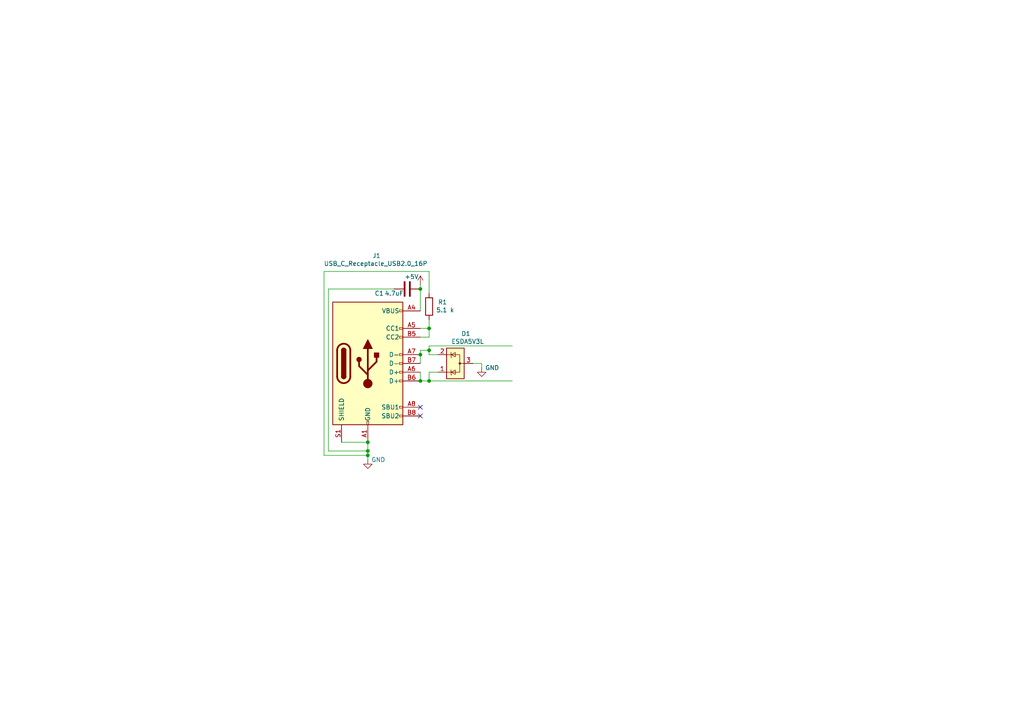
<source format=kicad_sch>
(kicad_sch
	(version 20250114)
	(generator "eeschema")
	(generator_version "9.0")
	(uuid "3c70c1f0-aa8b-4101-8a84-8bf38b4dbeab")
	(paper "A4")
	(lib_symbols
		(symbol "Connector:USB_C_Receptacle_USB2.0_16P"
			(pin_names
				(offset 1.016)
			)
			(exclude_from_sim no)
			(in_bom yes)
			(on_board yes)
			(property "Reference" "J"
				(at 0 22.225 0)
				(effects
					(font
						(size 1.27 1.27)
					)
				)
			)
			(property "Value" "USB_C_Receptacle_USB2.0_16P"
				(at 0 19.685 0)
				(effects
					(font
						(size 1.27 1.27)
					)
				)
			)
			(property "Footprint" ""
				(at 3.81 0 0)
				(effects
					(font
						(size 1.27 1.27)
					)
					(hide yes)
				)
			)
			(property "Datasheet" "https://www.usb.org/sites/default/files/documents/usb_type-c.zip"
				(at 3.81 0 0)
				(effects
					(font
						(size 1.27 1.27)
					)
					(hide yes)
				)
			)
			(property "Description" "USB 2.0-only 16P Type-C Receptacle connector"
				(at 0 0 0)
				(effects
					(font
						(size 1.27 1.27)
					)
					(hide yes)
				)
			)
			(property "ki_keywords" "usb universal serial bus type-C USB2.0"
				(at 0 0 0)
				(effects
					(font
						(size 1.27 1.27)
					)
					(hide yes)
				)
			)
			(property "ki_fp_filters" "USB*C*Receptacle*"
				(at 0 0 0)
				(effects
					(font
						(size 1.27 1.27)
					)
					(hide yes)
				)
			)
			(symbol "USB_C_Receptacle_USB2.0_16P_0_0"
				(rectangle
					(start -0.254 -17.78)
					(end 0.254 -16.764)
					(stroke
						(width 0)
						(type default)
					)
					(fill
						(type none)
					)
				)
				(rectangle
					(start 10.16 15.494)
					(end 9.144 14.986)
					(stroke
						(width 0)
						(type default)
					)
					(fill
						(type none)
					)
				)
				(rectangle
					(start 10.16 10.414)
					(end 9.144 9.906)
					(stroke
						(width 0)
						(type default)
					)
					(fill
						(type none)
					)
				)
				(rectangle
					(start 10.16 7.874)
					(end 9.144 7.366)
					(stroke
						(width 0)
						(type default)
					)
					(fill
						(type none)
					)
				)
				(rectangle
					(start 10.16 2.794)
					(end 9.144 2.286)
					(stroke
						(width 0)
						(type default)
					)
					(fill
						(type none)
					)
				)
				(rectangle
					(start 10.16 0.254)
					(end 9.144 -0.254)
					(stroke
						(width 0)
						(type default)
					)
					(fill
						(type none)
					)
				)
				(rectangle
					(start 10.16 -2.286)
					(end 9.144 -2.794)
					(stroke
						(width 0)
						(type default)
					)
					(fill
						(type none)
					)
				)
				(rectangle
					(start 10.16 -4.826)
					(end 9.144 -5.334)
					(stroke
						(width 0)
						(type default)
					)
					(fill
						(type none)
					)
				)
				(rectangle
					(start 10.16 -12.446)
					(end 9.144 -12.954)
					(stroke
						(width 0)
						(type default)
					)
					(fill
						(type none)
					)
				)
				(rectangle
					(start 10.16 -14.986)
					(end 9.144 -15.494)
					(stroke
						(width 0)
						(type default)
					)
					(fill
						(type none)
					)
				)
			)
			(symbol "USB_C_Receptacle_USB2.0_16P_0_1"
				(rectangle
					(start -10.16 17.78)
					(end 10.16 -17.78)
					(stroke
						(width 0.254)
						(type default)
					)
					(fill
						(type background)
					)
				)
				(polyline
					(pts
						(xy -8.89 -3.81) (xy -8.89 3.81)
					)
					(stroke
						(width 0.508)
						(type default)
					)
					(fill
						(type none)
					)
				)
				(rectangle
					(start -7.62 -3.81)
					(end -6.35 3.81)
					(stroke
						(width 0.254)
						(type default)
					)
					(fill
						(type outline)
					)
				)
				(arc
					(start -7.62 3.81)
					(mid -6.985 4.4423)
					(end -6.35 3.81)
					(stroke
						(width 0.254)
						(type default)
					)
					(fill
						(type none)
					)
				)
				(arc
					(start -7.62 3.81)
					(mid -6.985 4.4423)
					(end -6.35 3.81)
					(stroke
						(width 0.254)
						(type default)
					)
					(fill
						(type outline)
					)
				)
				(arc
					(start -8.89 3.81)
					(mid -6.985 5.7067)
					(end -5.08 3.81)
					(stroke
						(width 0.508)
						(type default)
					)
					(fill
						(type none)
					)
				)
				(arc
					(start -5.08 -3.81)
					(mid -6.985 -5.7067)
					(end -8.89 -3.81)
					(stroke
						(width 0.508)
						(type default)
					)
					(fill
						(type none)
					)
				)
				(arc
					(start -6.35 -3.81)
					(mid -6.985 -4.4423)
					(end -7.62 -3.81)
					(stroke
						(width 0.254)
						(type default)
					)
					(fill
						(type none)
					)
				)
				(arc
					(start -6.35 -3.81)
					(mid -6.985 -4.4423)
					(end -7.62 -3.81)
					(stroke
						(width 0.254)
						(type default)
					)
					(fill
						(type outline)
					)
				)
				(polyline
					(pts
						(xy -5.08 3.81) (xy -5.08 -3.81)
					)
					(stroke
						(width 0.508)
						(type default)
					)
					(fill
						(type none)
					)
				)
				(circle
					(center -2.54 1.143)
					(radius 0.635)
					(stroke
						(width 0.254)
						(type default)
					)
					(fill
						(type outline)
					)
				)
				(polyline
					(pts
						(xy -1.27 4.318) (xy 0 6.858) (xy 1.27 4.318) (xy -1.27 4.318)
					)
					(stroke
						(width 0.254)
						(type default)
					)
					(fill
						(type outline)
					)
				)
				(polyline
					(pts
						(xy 0 -2.032) (xy 2.54 0.508) (xy 2.54 1.778)
					)
					(stroke
						(width 0.508)
						(type default)
					)
					(fill
						(type none)
					)
				)
				(polyline
					(pts
						(xy 0 -3.302) (xy -2.54 -0.762) (xy -2.54 0.508)
					)
					(stroke
						(width 0.508)
						(type default)
					)
					(fill
						(type none)
					)
				)
				(polyline
					(pts
						(xy 0 -5.842) (xy 0 4.318)
					)
					(stroke
						(width 0.508)
						(type default)
					)
					(fill
						(type none)
					)
				)
				(circle
					(center 0 -5.842)
					(radius 1.27)
					(stroke
						(width 0)
						(type default)
					)
					(fill
						(type outline)
					)
				)
				(rectangle
					(start 1.905 1.778)
					(end 3.175 3.048)
					(stroke
						(width 0.254)
						(type default)
					)
					(fill
						(type outline)
					)
				)
			)
			(symbol "USB_C_Receptacle_USB2.0_16P_1_1"
				(pin passive line
					(at -7.62 -22.86 90)
					(length 5.08)
					(name "SHIELD"
						(effects
							(font
								(size 1.27 1.27)
							)
						)
					)
					(number "S1"
						(effects
							(font
								(size 1.27 1.27)
							)
						)
					)
				)
				(pin passive line
					(at 0 -22.86 90)
					(length 5.08)
					(name "GND"
						(effects
							(font
								(size 1.27 1.27)
							)
						)
					)
					(number "A1"
						(effects
							(font
								(size 1.27 1.27)
							)
						)
					)
				)
				(pin passive line
					(at 0 -22.86 90)
					(length 5.08)
					(hide yes)
					(name "GND"
						(effects
							(font
								(size 1.27 1.27)
							)
						)
					)
					(number "A12"
						(effects
							(font
								(size 1.27 1.27)
							)
						)
					)
				)
				(pin passive line
					(at 0 -22.86 90)
					(length 5.08)
					(hide yes)
					(name "GND"
						(effects
							(font
								(size 1.27 1.27)
							)
						)
					)
					(number "B1"
						(effects
							(font
								(size 1.27 1.27)
							)
						)
					)
				)
				(pin passive line
					(at 0 -22.86 90)
					(length 5.08)
					(hide yes)
					(name "GND"
						(effects
							(font
								(size 1.27 1.27)
							)
						)
					)
					(number "B12"
						(effects
							(font
								(size 1.27 1.27)
							)
						)
					)
				)
				(pin passive line
					(at 15.24 15.24 180)
					(length 5.08)
					(name "VBUS"
						(effects
							(font
								(size 1.27 1.27)
							)
						)
					)
					(number "A4"
						(effects
							(font
								(size 1.27 1.27)
							)
						)
					)
				)
				(pin passive line
					(at 15.24 15.24 180)
					(length 5.08)
					(hide yes)
					(name "VBUS"
						(effects
							(font
								(size 1.27 1.27)
							)
						)
					)
					(number "A9"
						(effects
							(font
								(size 1.27 1.27)
							)
						)
					)
				)
				(pin passive line
					(at 15.24 15.24 180)
					(length 5.08)
					(hide yes)
					(name "VBUS"
						(effects
							(font
								(size 1.27 1.27)
							)
						)
					)
					(number "B4"
						(effects
							(font
								(size 1.27 1.27)
							)
						)
					)
				)
				(pin passive line
					(at 15.24 15.24 180)
					(length 5.08)
					(hide yes)
					(name "VBUS"
						(effects
							(font
								(size 1.27 1.27)
							)
						)
					)
					(number "B9"
						(effects
							(font
								(size 1.27 1.27)
							)
						)
					)
				)
				(pin bidirectional line
					(at 15.24 10.16 180)
					(length 5.08)
					(name "CC1"
						(effects
							(font
								(size 1.27 1.27)
							)
						)
					)
					(number "A5"
						(effects
							(font
								(size 1.27 1.27)
							)
						)
					)
				)
				(pin bidirectional line
					(at 15.24 7.62 180)
					(length 5.08)
					(name "CC2"
						(effects
							(font
								(size 1.27 1.27)
							)
						)
					)
					(number "B5"
						(effects
							(font
								(size 1.27 1.27)
							)
						)
					)
				)
				(pin bidirectional line
					(at 15.24 2.54 180)
					(length 5.08)
					(name "D-"
						(effects
							(font
								(size 1.27 1.27)
							)
						)
					)
					(number "A7"
						(effects
							(font
								(size 1.27 1.27)
							)
						)
					)
				)
				(pin bidirectional line
					(at 15.24 0 180)
					(length 5.08)
					(name "D-"
						(effects
							(font
								(size 1.27 1.27)
							)
						)
					)
					(number "B7"
						(effects
							(font
								(size 1.27 1.27)
							)
						)
					)
				)
				(pin bidirectional line
					(at 15.24 -2.54 180)
					(length 5.08)
					(name "D+"
						(effects
							(font
								(size 1.27 1.27)
							)
						)
					)
					(number "A6"
						(effects
							(font
								(size 1.27 1.27)
							)
						)
					)
				)
				(pin bidirectional line
					(at 15.24 -5.08 180)
					(length 5.08)
					(name "D+"
						(effects
							(font
								(size 1.27 1.27)
							)
						)
					)
					(number "B6"
						(effects
							(font
								(size 1.27 1.27)
							)
						)
					)
				)
				(pin bidirectional line
					(at 15.24 -12.7 180)
					(length 5.08)
					(name "SBU1"
						(effects
							(font
								(size 1.27 1.27)
							)
						)
					)
					(number "A8"
						(effects
							(font
								(size 1.27 1.27)
							)
						)
					)
				)
				(pin bidirectional line
					(at 15.24 -15.24 180)
					(length 5.08)
					(name "SBU2"
						(effects
							(font
								(size 1.27 1.27)
							)
						)
					)
					(number "B8"
						(effects
							(font
								(size 1.27 1.27)
							)
						)
					)
				)
			)
			(embedded_fonts no)
		)
		(symbol "Device:C"
			(pin_numbers
				(hide yes)
			)
			(pin_names
				(offset 0.254)
			)
			(exclude_from_sim no)
			(in_bom yes)
			(on_board yes)
			(property "Reference" "C"
				(at 0.635 2.54 0)
				(effects
					(font
						(size 1.27 1.27)
					)
					(justify left)
				)
			)
			(property "Value" "C"
				(at 0.635 -2.54 0)
				(effects
					(font
						(size 1.27 1.27)
					)
					(justify left)
				)
			)
			(property "Footprint" ""
				(at 0.9652 -3.81 0)
				(effects
					(font
						(size 1.27 1.27)
					)
					(hide yes)
				)
			)
			(property "Datasheet" "~"
				(at 0 0 0)
				(effects
					(font
						(size 1.27 1.27)
					)
					(hide yes)
				)
			)
			(property "Description" "Unpolarized capacitor"
				(at 0 0 0)
				(effects
					(font
						(size 1.27 1.27)
					)
					(hide yes)
				)
			)
			(property "ki_keywords" "cap capacitor"
				(at 0 0 0)
				(effects
					(font
						(size 1.27 1.27)
					)
					(hide yes)
				)
			)
			(property "ki_fp_filters" "C_*"
				(at 0 0 0)
				(effects
					(font
						(size 1.27 1.27)
					)
					(hide yes)
				)
			)
			(symbol "C_0_1"
				(polyline
					(pts
						(xy -2.032 0.762) (xy 2.032 0.762)
					)
					(stroke
						(width 0.508)
						(type default)
					)
					(fill
						(type none)
					)
				)
				(polyline
					(pts
						(xy -2.032 -0.762) (xy 2.032 -0.762)
					)
					(stroke
						(width 0.508)
						(type default)
					)
					(fill
						(type none)
					)
				)
			)
			(symbol "C_1_1"
				(pin passive line
					(at 0 3.81 270)
					(length 2.794)
					(name "~"
						(effects
							(font
								(size 1.27 1.27)
							)
						)
					)
					(number "1"
						(effects
							(font
								(size 1.27 1.27)
							)
						)
					)
				)
				(pin passive line
					(at 0 -3.81 90)
					(length 2.794)
					(name "~"
						(effects
							(font
								(size 1.27 1.27)
							)
						)
					)
					(number "2"
						(effects
							(font
								(size 1.27 1.27)
							)
						)
					)
				)
			)
			(embedded_fonts no)
		)
		(symbol "Device:R"
			(pin_numbers
				(hide yes)
			)
			(pin_names
				(offset 0)
			)
			(exclude_from_sim no)
			(in_bom yes)
			(on_board yes)
			(property "Reference" "R"
				(at 2.032 0 90)
				(effects
					(font
						(size 1.27 1.27)
					)
				)
			)
			(property "Value" "R"
				(at 0 0 90)
				(effects
					(font
						(size 1.27 1.27)
					)
				)
			)
			(property "Footprint" ""
				(at -1.778 0 90)
				(effects
					(font
						(size 1.27 1.27)
					)
					(hide yes)
				)
			)
			(property "Datasheet" "~"
				(at 0 0 0)
				(effects
					(font
						(size 1.27 1.27)
					)
					(hide yes)
				)
			)
			(property "Description" "Resistor"
				(at 0 0 0)
				(effects
					(font
						(size 1.27 1.27)
					)
					(hide yes)
				)
			)
			(property "ki_keywords" "R res resistor"
				(at 0 0 0)
				(effects
					(font
						(size 1.27 1.27)
					)
					(hide yes)
				)
			)
			(property "ki_fp_filters" "R_*"
				(at 0 0 0)
				(effects
					(font
						(size 1.27 1.27)
					)
					(hide yes)
				)
			)
			(symbol "R_0_1"
				(rectangle
					(start -1.016 -2.54)
					(end 1.016 2.54)
					(stroke
						(width 0.254)
						(type default)
					)
					(fill
						(type none)
					)
				)
			)
			(symbol "R_1_1"
				(pin passive line
					(at 0 3.81 270)
					(length 1.27)
					(name "~"
						(effects
							(font
								(size 1.27 1.27)
							)
						)
					)
					(number "1"
						(effects
							(font
								(size 1.27 1.27)
							)
						)
					)
				)
				(pin passive line
					(at 0 -3.81 90)
					(length 1.27)
					(name "~"
						(effects
							(font
								(size 1.27 1.27)
							)
						)
					)
					(number "2"
						(effects
							(font
								(size 1.27 1.27)
							)
						)
					)
				)
			)
			(embedded_fonts no)
		)
		(symbol "Power_Protection:ESDA5V3L"
			(pin_names
				(hide yes)
			)
			(exclude_from_sim no)
			(in_bom yes)
			(on_board yes)
			(property "Reference" "D"
				(at 5.715 2.54 0)
				(effects
					(font
						(size 1.27 1.27)
					)
					(justify left)
				)
			)
			(property "Value" "ESDA5V3L"
				(at 5.715 0.635 0)
				(effects
					(font
						(size 1.27 1.27)
					)
					(justify left)
				)
			)
			(property "Footprint" "Package_TO_SOT_SMD:SOT-23-3"
				(at -15.24 -10.16 0)
				(effects
					(font
						(size 1.27 1.27)
					)
					(justify left)
					(hide yes)
				)
			)
			(property "Datasheet" "https://www.st.com/resource/en/datasheet/esdal.pdf"
				(at 0 -15.24 0)
				(effects
					(font
						(size 1.27 1.27)
					)
					(hide yes)
				)
			)
			(property "Description" "TVS Diode Array, 5.5V Standoff, 2 Channels, SOT23"
				(at 0 -12.7 0)
				(effects
					(font
						(size 1.27 1.27)
					)
					(hide yes)
				)
			)
			(property "ki_keywords" "usb esd protection suppression transient"
				(at 0 0 0)
				(effects
					(font
						(size 1.27 1.27)
					)
					(hide yes)
				)
			)
			(property "ki_fp_filters" "SOT?23*"
				(at 0 0 0)
				(effects
					(font
						(size 1.27 1.27)
					)
					(hide yes)
				)
			)
			(symbol "ESDA5V3L_0_0"
				(pin passive line
					(at 0 -5.08 90)
					(length 2.54)
					(name "A"
						(effects
							(font
								(size 1.27 1.27)
							)
						)
					)
					(number "3"
						(effects
							(font
								(size 1.27 1.27)
							)
						)
					)
				)
			)
			(symbol "ESDA5V3L_0_1"
				(rectangle
					(start -4.445 2.54)
					(end 4.445 -2.54)
					(stroke
						(width 0.254)
						(type default)
					)
					(fill
						(type background)
					)
				)
				(polyline
					(pts
						(xy -3.302 1.016) (xy -3.302 1.27) (xy -1.905 1.27) (xy -1.778 1.27)
					)
					(stroke
						(width 0)
						(type default)
					)
					(fill
						(type none)
					)
				)
				(polyline
					(pts
						(xy -2.54 2.54) (xy -2.54 1.27)
					)
					(stroke
						(width 0)
						(type default)
					)
					(fill
						(type none)
					)
				)
				(polyline
					(pts
						(xy -2.54 1.27) (xy -2.54 -1.27) (xy 2.54 -1.27) (xy 2.54 1.27)
					)
					(stroke
						(width 0)
						(type default)
					)
					(fill
						(type none)
					)
				)
				(polyline
					(pts
						(xy -2.54 1.27) (xy -1.905 0) (xy -3.175 0) (xy -2.54 1.27)
					)
					(stroke
						(width 0)
						(type default)
					)
					(fill
						(type none)
					)
				)
				(polyline
					(pts
						(xy 0 -1.27) (xy 0 -2.54)
					)
					(stroke
						(width 0)
						(type default)
					)
					(fill
						(type none)
					)
				)
				(circle
					(center 0 -1.27)
					(radius 0.254)
					(stroke
						(width 0)
						(type default)
					)
					(fill
						(type outline)
					)
				)
				(polyline
					(pts
						(xy 1.778 1.016) (xy 1.778 1.27) (xy 3.175 1.27) (xy 3.302 1.27)
					)
					(stroke
						(width 0)
						(type default)
					)
					(fill
						(type none)
					)
				)
				(polyline
					(pts
						(xy 2.54 2.54) (xy 2.54 1.27)
					)
					(stroke
						(width 0)
						(type default)
					)
					(fill
						(type none)
					)
				)
				(polyline
					(pts
						(xy 2.54 1.27) (xy 1.905 0) (xy 3.175 0) (xy 2.54 1.27)
					)
					(stroke
						(width 0)
						(type default)
					)
					(fill
						(type none)
					)
				)
			)
			(symbol "ESDA5V3L_1_1"
				(pin passive line
					(at -2.54 5.08 270)
					(length 2.54)
					(name "K"
						(effects
							(font
								(size 1.27 1.27)
							)
						)
					)
					(number "1"
						(effects
							(font
								(size 1.27 1.27)
							)
						)
					)
				)
				(pin passive line
					(at 2.54 5.08 270)
					(length 2.54)
					(name "K"
						(effects
							(font
								(size 1.27 1.27)
							)
						)
					)
					(number "2"
						(effects
							(font
								(size 1.27 1.27)
							)
						)
					)
				)
			)
			(embedded_fonts no)
		)
		(symbol "power:+5V"
			(power)
			(pin_numbers
				(hide yes)
			)
			(pin_names
				(offset 0)
				(hide yes)
			)
			(exclude_from_sim no)
			(in_bom yes)
			(on_board yes)
			(property "Reference" "#PWR"
				(at 0 -3.81 0)
				(effects
					(font
						(size 1.27 1.27)
					)
					(hide yes)
				)
			)
			(property "Value" "+5V"
				(at 0 3.556 0)
				(effects
					(font
						(size 1.27 1.27)
					)
				)
			)
			(property "Footprint" ""
				(at 0 0 0)
				(effects
					(font
						(size 1.27 1.27)
					)
					(hide yes)
				)
			)
			(property "Datasheet" ""
				(at 0 0 0)
				(effects
					(font
						(size 1.27 1.27)
					)
					(hide yes)
				)
			)
			(property "Description" "Power symbol creates a global label with name \"+5V\""
				(at 0 0 0)
				(effects
					(font
						(size 1.27 1.27)
					)
					(hide yes)
				)
			)
			(property "ki_keywords" "global power"
				(at 0 0 0)
				(effects
					(font
						(size 1.27 1.27)
					)
					(hide yes)
				)
			)
			(symbol "+5V_0_1"
				(polyline
					(pts
						(xy -0.762 1.27) (xy 0 2.54)
					)
					(stroke
						(width 0)
						(type default)
					)
					(fill
						(type none)
					)
				)
				(polyline
					(pts
						(xy 0 2.54) (xy 0.762 1.27)
					)
					(stroke
						(width 0)
						(type default)
					)
					(fill
						(type none)
					)
				)
				(polyline
					(pts
						(xy 0 0) (xy 0 2.54)
					)
					(stroke
						(width 0)
						(type default)
					)
					(fill
						(type none)
					)
				)
			)
			(symbol "+5V_1_1"
				(pin power_in line
					(at 0 0 90)
					(length 0)
					(name "~"
						(effects
							(font
								(size 1.27 1.27)
							)
						)
					)
					(number "1"
						(effects
							(font
								(size 1.27 1.27)
							)
						)
					)
				)
			)
			(embedded_fonts no)
		)
		(symbol "power:GND"
			(power)
			(pin_numbers
				(hide yes)
			)
			(pin_names
				(offset 0)
				(hide yes)
			)
			(exclude_from_sim no)
			(in_bom yes)
			(on_board yes)
			(property "Reference" "#PWR"
				(at 0 -6.35 0)
				(effects
					(font
						(size 1.27 1.27)
					)
					(hide yes)
				)
			)
			(property "Value" "GND"
				(at 0 -3.81 0)
				(effects
					(font
						(size 1.27 1.27)
					)
				)
			)
			(property "Footprint" ""
				(at 0 0 0)
				(effects
					(font
						(size 1.27 1.27)
					)
					(hide yes)
				)
			)
			(property "Datasheet" ""
				(at 0 0 0)
				(effects
					(font
						(size 1.27 1.27)
					)
					(hide yes)
				)
			)
			(property "Description" "Power symbol creates a global label with name \"GND\" , ground"
				(at 0 0 0)
				(effects
					(font
						(size 1.27 1.27)
					)
					(hide yes)
				)
			)
			(property "ki_keywords" "global power"
				(at 0 0 0)
				(effects
					(font
						(size 1.27 1.27)
					)
					(hide yes)
				)
			)
			(symbol "GND_0_1"
				(polyline
					(pts
						(xy 0 0) (xy 0 -1.27) (xy 1.27 -1.27) (xy 0 -2.54) (xy -1.27 -1.27) (xy 0 -1.27)
					)
					(stroke
						(width 0)
						(type default)
					)
					(fill
						(type none)
					)
				)
			)
			(symbol "GND_1_1"
				(pin power_in line
					(at 0 0 270)
					(length 0)
					(name "~"
						(effects
							(font
								(size 1.27 1.27)
							)
						)
					)
					(number "1"
						(effects
							(font
								(size 1.27 1.27)
							)
						)
					)
				)
			)
			(embedded_fonts no)
		)
	)
	(junction
		(at 121.92 102.87)
		(diameter 0)
		(color 0 0 0 0)
		(uuid "38a47915-da56-475e-bfcd-0f4fa43ae95d")
	)
	(junction
		(at 121.92 110.49)
		(diameter 0)
		(color 0 0 0 0)
		(uuid "496fb5f8-1703-4951-bfc7-92ff59ff58c2")
	)
	(junction
		(at 124.46 110.49)
		(diameter 0)
		(color 0 0 0 0)
		(uuid "62c5527c-4053-4817-942f-9244ffbd4b77")
	)
	(junction
		(at 106.68 132.08)
		(diameter 0)
		(color 0 0 0 0)
		(uuid "678e89aa-9def-4494-8b7a-b8f02589745b")
	)
	(junction
		(at 124.46 101.6)
		(diameter 0)
		(color 0 0 0 0)
		(uuid "6797cefe-dfb5-4e69-b798-2d30f0210fff")
	)
	(junction
		(at 121.92 83.82)
		(diameter 0)
		(color 0 0 0 0)
		(uuid "87fa93f5-4d1c-4565-b5a3-ba303048b7b5")
	)
	(junction
		(at 106.68 130.81)
		(diameter 0)
		(color 0 0 0 0)
		(uuid "ca262489-2c39-4a67-bac1-865e1da433df")
	)
	(junction
		(at 106.68 128.27)
		(diameter 0)
		(color 0 0 0 0)
		(uuid "e7a4f5a3-9094-4051-9363-39c147c60b51")
	)
	(junction
		(at 124.46 95.25)
		(diameter 0)
		(color 0 0 0 0)
		(uuid "f1ed7c0e-10ef-4e2a-be08-a000894901fb")
	)
	(no_connect
		(at 121.92 120.65)
		(uuid "a6acf9d0-66b1-42f9-a39b-6502c324c581")
	)
	(no_connect
		(at 121.92 118.11)
		(uuid "b71af70f-2d3a-4fb9-bcec-178a5508ba99")
	)
	(wire
		(pts
			(xy 124.46 97.79) (xy 121.92 97.79)
		)
		(stroke
			(width 0)
			(type default)
		)
		(uuid "0247dd52-7a50-48a3-b511-e323e5f7aab7")
	)
	(wire
		(pts
			(xy 121.92 107.95) (xy 121.92 110.49)
		)
		(stroke
			(width 0)
			(type default)
		)
		(uuid "083dbb6e-8d46-4fef-aee6-effbf61fa728")
	)
	(wire
		(pts
			(xy 121.92 102.87) (xy 121.92 101.6)
		)
		(stroke
			(width 0)
			(type default)
		)
		(uuid "0b77e800-b32d-4c49-9619-aa1b455e8947")
	)
	(wire
		(pts
			(xy 93.98 132.08) (xy 106.68 132.08)
		)
		(stroke
			(width 0)
			(type default)
		)
		(uuid "128b38a7-3081-4f2d-b94a-abc73697b825")
	)
	(wire
		(pts
			(xy 124.46 100.33) (xy 148.59 100.33)
		)
		(stroke
			(width 0)
			(type default)
		)
		(uuid "18aa7a00-2f47-4147-855d-889cf8308548")
	)
	(wire
		(pts
			(xy 95.25 130.81) (xy 106.68 130.81)
		)
		(stroke
			(width 0)
			(type default)
		)
		(uuid "197507cd-8ee6-4979-9f6a-4f8e47d2d77c")
	)
	(wire
		(pts
			(xy 93.98 78.74) (xy 93.98 132.08)
		)
		(stroke
			(width 0)
			(type default)
		)
		(uuid "1c8698da-cc52-4a48-b191-4d9c5579464a")
	)
	(wire
		(pts
			(xy 124.46 78.74) (xy 124.46 85.09)
		)
		(stroke
			(width 0)
			(type default)
		)
		(uuid "24321501-dee9-4009-8feb-aba2518ec494")
	)
	(wire
		(pts
			(xy 121.92 105.41) (xy 121.92 102.87)
		)
		(stroke
			(width 0)
			(type default)
		)
		(uuid "2cce1938-8829-4f16-87f5-816b97544cc8")
	)
	(wire
		(pts
			(xy 127 102.87) (xy 124.46 102.87)
		)
		(stroke
			(width 0)
			(type default)
		)
		(uuid "33a62995-c087-4669-a6c8-49508ea1d250")
	)
	(wire
		(pts
			(xy 106.68 130.81) (xy 106.68 132.08)
		)
		(stroke
			(width 0)
			(type default)
		)
		(uuid "379f8c64-fa99-4bab-b256-2fb9dd205846")
	)
	(wire
		(pts
			(xy 124.46 95.25) (xy 124.46 97.79)
		)
		(stroke
			(width 0)
			(type default)
		)
		(uuid "5156bb4e-dd28-4930-9757-8cf9b681731f")
	)
	(wire
		(pts
			(xy 121.92 82.55) (xy 121.92 83.82)
		)
		(stroke
			(width 0)
			(type default)
		)
		(uuid "5c79aa6c-1da3-4c72-97e5-35d11b65c0fb")
	)
	(wire
		(pts
			(xy 106.68 128.27) (xy 106.68 130.81)
		)
		(stroke
			(width 0)
			(type default)
		)
		(uuid "5e837458-137f-46df-921d-3140f904a892")
	)
	(wire
		(pts
			(xy 121.92 83.82) (xy 121.92 90.17)
		)
		(stroke
			(width 0)
			(type default)
		)
		(uuid "687e9d65-2a63-4735-a5f8-b83ca6f4017a")
	)
	(wire
		(pts
			(xy 121.92 110.49) (xy 124.46 110.49)
		)
		(stroke
			(width 0)
			(type default)
		)
		(uuid "7138bc8c-864b-42b2-af37-080c94eb568e")
	)
	(wire
		(pts
			(xy 127 107.95) (xy 124.46 107.95)
		)
		(stroke
			(width 0)
			(type default)
		)
		(uuid "763eada3-8aec-4ab1-9c86-03051a926581")
	)
	(wire
		(pts
			(xy 121.92 101.6) (xy 124.46 101.6)
		)
		(stroke
			(width 0)
			(type default)
		)
		(uuid "766a4de9-1cd1-4060-aa2e-f2eedcde4b9f")
	)
	(wire
		(pts
			(xy 106.68 132.08) (xy 106.68 133.35)
		)
		(stroke
			(width 0)
			(type default)
		)
		(uuid "817e782e-42d8-4f33-894b-065df1d72946")
	)
	(wire
		(pts
			(xy 95.25 83.82) (xy 95.25 130.81)
		)
		(stroke
			(width 0)
			(type default)
		)
		(uuid "86d04d8b-c17b-407e-ae1a-f2489fdc4163")
	)
	(wire
		(pts
			(xy 124.46 101.6) (xy 124.46 100.33)
		)
		(stroke
			(width 0)
			(type default)
		)
		(uuid "88770492-2dbd-403b-a803-592a3c7cbe6b")
	)
	(wire
		(pts
			(xy 124.46 92.71) (xy 124.46 95.25)
		)
		(stroke
			(width 0)
			(type default)
		)
		(uuid "8bf79ce3-638f-4d06-88e8-90430b7128c7")
	)
	(wire
		(pts
			(xy 114.3 83.82) (xy 95.25 83.82)
		)
		(stroke
			(width 0)
			(type default)
		)
		(uuid "913c7b09-c3e7-43df-80c3-635b733dcf88")
	)
	(wire
		(pts
			(xy 99.06 128.27) (xy 106.68 128.27)
		)
		(stroke
			(width 0)
			(type default)
		)
		(uuid "98962f12-246e-485b-966e-145b4568bf6e")
	)
	(wire
		(pts
			(xy 124.46 102.87) (xy 124.46 101.6)
		)
		(stroke
			(width 0)
			(type default)
		)
		(uuid "b4abd367-cefd-4b17-9a2a-ac14654218c2")
	)
	(wire
		(pts
			(xy 137.16 105.41) (xy 139.7 105.41)
		)
		(stroke
			(width 0)
			(type default)
		)
		(uuid "c68e0af9-8cc6-435a-9d33-34eb51b901d3")
	)
	(wire
		(pts
			(xy 121.92 95.25) (xy 124.46 95.25)
		)
		(stroke
			(width 0)
			(type default)
		)
		(uuid "dc307e28-94cd-40a8-8ae1-0de0595f78b8")
	)
	(wire
		(pts
			(xy 124.46 78.74) (xy 93.98 78.74)
		)
		(stroke
			(width 0)
			(type default)
		)
		(uuid "de05a8c8-bf66-4e67-888f-a0399537f751")
	)
	(wire
		(pts
			(xy 139.7 105.41) (xy 139.7 106.68)
		)
		(stroke
			(width 0)
			(type default)
		)
		(uuid "eb477939-2f2b-4e85-9267-b54ade592f24")
	)
	(wire
		(pts
			(xy 124.46 107.95) (xy 124.46 110.49)
		)
		(stroke
			(width 0)
			(type default)
		)
		(uuid "f111b233-77d8-441a-a7ca-3f04dad8a1b5")
	)
	(wire
		(pts
			(xy 124.46 110.49) (xy 148.59 110.49)
		)
		(stroke
			(width 0)
			(type default)
		)
		(uuid "f1126d75-96fe-48d1-a2f5-373030a1358d")
	)
	(symbol
		(lib_id "Connector:USB_C_Receptacle_USB2.0_16P")
		(at 106.68 105.41 0)
		(unit 1)
		(exclude_from_sim no)
		(in_bom yes)
		(on_board yes)
		(dnp no)
		(uuid "07a945b4-1d37-40f6-ab55-8ba574149392")
		(property "Reference" "J1"
			(at 109.22 74.168 0)
			(effects
				(font
					(size 1.27 1.27)
				)
			)
		)
		(property "Value" "USB_C_Receptacle_USB2.0_16P"
			(at 108.966 76.454 0)
			(effects
				(font
					(size 1.27 1.27)
				)
			)
		)
		(property "Footprint" "Connector_USB:USB_C_Receptacle_G-Switch_GT-USB-7010ASV"
			(at 110.49 105.41 0)
			(effects
				(font
					(size 1.27 1.27)
				)
				(hide yes)
			)
		)
		(property "Datasheet" "https://www.usb.org/sites/default/files/documents/usb_type-c.zip"
			(at 110.49 105.41 0)
			(effects
				(font
					(size 1.27 1.27)
				)
				(hide yes)
			)
		)
		(property "Description" "USB 2.0-only 16P Type-C Receptacle connector"
			(at 106.68 105.41 0)
			(effects
				(font
					(size 1.27 1.27)
				)
				(hide yes)
			)
		)
		(pin "A5"
			(uuid "31a3a912-132f-4615-8dfa-ad7c47ce989f")
		)
		(pin "B5"
			(uuid "67abaa14-5dec-4ad0-bae4-fd2dac4c9c8e")
		)
		(pin "B9"
			(uuid "623413dc-6176-4284-9b0a-2c6e36641341")
		)
		(pin "S1"
			(uuid "3e93b87e-e8d6-438f-b379-bebfa14051cf")
		)
		(pin "B12"
			(uuid "3988b36d-8eea-49d9-a5a3-bd5d1dfb7776")
		)
		(pin "A9"
			(uuid "f75e9a49-8a9a-4afb-974b-b21a7f3e3f1a")
		)
		(pin "B4"
			(uuid "0c1f6fa6-145c-43f3-88db-0d09fcbce868")
		)
		(pin "A6"
			(uuid "18bb6c9e-2671-4d70-aa42-b9eb9b6efad9")
		)
		(pin "A4"
			(uuid "0c61d3f3-448d-418d-9666-7c28fe8d56ba")
		)
		(pin "B6"
			(uuid "25e4b7f2-28a7-4c83-b799-a4719bd4d32b")
		)
		(pin "A8"
			(uuid "953edfaf-b642-471b-9e34-ee2e18dfc9e0")
		)
		(pin "A1"
			(uuid "537867eb-d910-4191-a550-57829f4817f2")
		)
		(pin "A12"
			(uuid "34dfb683-0cba-4409-8c81-48a39c701097")
		)
		(pin "B8"
			(uuid "a72f51aa-0414-4407-8bdb-fe404a09bafe")
		)
		(pin "A7"
			(uuid "592b11d6-c912-4e06-91c6-f45c7cf26ada")
		)
		(pin "B7"
			(uuid "030fbeef-2ced-4f11-8326-05cbe0f45029")
		)
		(pin "B1"
			(uuid "3cb5c450-06e9-4d05-9987-1410b56c5c11")
		)
		(instances
			(project ""
				(path "/3c70c1f0-aa8b-4101-8a84-8bf38b4dbeab"
					(reference "J1")
					(unit 1)
				)
			)
		)
	)
	(symbol
		(lib_id "Device:C")
		(at 118.11 83.82 90)
		(unit 1)
		(exclude_from_sim no)
		(in_bom yes)
		(on_board yes)
		(dnp no)
		(uuid "36fa5798-8a2b-47e6-bb19-345622d5a45c")
		(property "Reference" "C1"
			(at 109.982 85.09 90)
			(effects
				(font
					(size 1.27 1.27)
				)
			)
		)
		(property "Value" "4.7uF"
			(at 114.3 85.09 90)
			(effects
				(font
					(size 1.27 1.27)
				)
			)
		)
		(property "Footprint" ""
			(at 121.92 82.8548 0)
			(effects
				(font
					(size 1.27 1.27)
				)
				(hide yes)
			)
		)
		(property "Datasheet" "~"
			(at 118.11 83.82 0)
			(effects
				(font
					(size 1.27 1.27)
				)
				(hide yes)
			)
		)
		(property "Description" "Unpolarized capacitor"
			(at 118.11 83.82 0)
			(effects
				(font
					(size 1.27 1.27)
				)
				(hide yes)
			)
		)
		(pin "2"
			(uuid "365045db-1e0a-422f-b758-09b9fb4857e3")
		)
		(pin "1"
			(uuid "9367809e-dcd5-49a7-901e-33114c12adc1")
		)
		(instances
			(project ""
				(path "/3c70c1f0-aa8b-4101-8a84-8bf38b4dbeab"
					(reference "C1")
					(unit 1)
				)
			)
		)
	)
	(symbol
		(lib_id "power:+5V")
		(at 121.92 82.55 0)
		(unit 1)
		(exclude_from_sim no)
		(in_bom yes)
		(on_board yes)
		(dnp no)
		(uuid "a81219bc-64eb-43c2-8b70-c083a8f96be0")
		(property "Reference" "#PWR01"
			(at 121.92 86.36 0)
			(effects
				(font
					(size 1.27 1.27)
				)
				(hide yes)
			)
		)
		(property "Value" "+5V"
			(at 119.38 80.264 0)
			(effects
				(font
					(size 1.27 1.27)
				)
			)
		)
		(property "Footprint" ""
			(at 121.92 82.55 0)
			(effects
				(font
					(size 1.27 1.27)
				)
				(hide yes)
			)
		)
		(property "Datasheet" ""
			(at 121.92 82.55 0)
			(effects
				(font
					(size 1.27 1.27)
				)
				(hide yes)
			)
		)
		(property "Description" "Power symbol creates a global label with name \"+5V\""
			(at 121.92 82.55 0)
			(effects
				(font
					(size 1.27 1.27)
				)
				(hide yes)
			)
		)
		(pin "1"
			(uuid "b93a4b8f-0997-4eae-a551-bbea37852a28")
		)
		(instances
			(project ""
				(path "/3c70c1f0-aa8b-4101-8a84-8bf38b4dbeab"
					(reference "#PWR01")
					(unit 1)
				)
			)
		)
	)
	(symbol
		(lib_id "power:GND")
		(at 106.68 133.35 0)
		(unit 1)
		(exclude_from_sim no)
		(in_bom yes)
		(on_board yes)
		(dnp no)
		(uuid "be626940-5621-436a-80fe-c0238d113834")
		(property "Reference" "#PWR03"
			(at 106.68 139.7 0)
			(effects
				(font
					(size 1.27 1.27)
				)
				(hide yes)
			)
		)
		(property "Value" "GND"
			(at 109.728 133.35 0)
			(effects
				(font
					(size 1.27 1.27)
				)
			)
		)
		(property "Footprint" ""
			(at 106.68 133.35 0)
			(effects
				(font
					(size 1.27 1.27)
				)
				(hide yes)
			)
		)
		(property "Datasheet" ""
			(at 106.68 133.35 0)
			(effects
				(font
					(size 1.27 1.27)
				)
				(hide yes)
			)
		)
		(property "Description" "Power symbol creates a global label with name \"GND\" , ground"
			(at 106.68 133.35 0)
			(effects
				(font
					(size 1.27 1.27)
				)
				(hide yes)
			)
		)
		(pin "1"
			(uuid "9873c832-deb9-45a5-8be4-86a7d1079884")
		)
		(instances
			(project "USB_Port"
				(path "/3c70c1f0-aa8b-4101-8a84-8bf38b4dbeab"
					(reference "#PWR03")
					(unit 1)
				)
			)
		)
	)
	(symbol
		(lib_id "Device:R")
		(at 124.46 88.9 0)
		(unit 1)
		(exclude_from_sim no)
		(in_bom yes)
		(on_board yes)
		(dnp no)
		(uuid "bf3720c1-7f42-4fb6-958c-3bca94af2d0c")
		(property "Reference" "R1"
			(at 127 87.6299 0)
			(effects
				(font
					(size 1.27 1.27)
				)
				(justify left)
			)
		)
		(property "Value" "5.1 k"
			(at 126.492 89.916 0)
			(effects
				(font
					(size 1.27 1.27)
				)
				(justify left)
			)
		)
		(property "Footprint" ""
			(at 122.682 88.9 90)
			(effects
				(font
					(size 1.27 1.27)
				)
				(hide yes)
			)
		)
		(property "Datasheet" "~"
			(at 124.46 88.9 0)
			(effects
				(font
					(size 1.27 1.27)
				)
				(hide yes)
			)
		)
		(property "Description" "Resistor"
			(at 124.46 88.9 0)
			(effects
				(font
					(size 1.27 1.27)
				)
				(hide yes)
			)
		)
		(pin "1"
			(uuid "62b5492b-107e-4d6a-84d2-fd3a625c7a21")
		)
		(pin "2"
			(uuid "1b302c81-fdbf-40dd-9b42-244c2db72d65")
		)
		(instances
			(project ""
				(path "/3c70c1f0-aa8b-4101-8a84-8bf38b4dbeab"
					(reference "R1")
					(unit 1)
				)
			)
		)
	)
	(symbol
		(lib_id "power:GND")
		(at 139.7 106.68 0)
		(unit 1)
		(exclude_from_sim no)
		(in_bom yes)
		(on_board yes)
		(dnp no)
		(uuid "c453a436-1f4c-4bea-abc2-b74d5b08f4d1")
		(property "Reference" "#PWR02"
			(at 139.7 113.03 0)
			(effects
				(font
					(size 1.27 1.27)
				)
				(hide yes)
			)
		)
		(property "Value" "GND"
			(at 142.748 106.68 0)
			(effects
				(font
					(size 1.27 1.27)
				)
			)
		)
		(property "Footprint" ""
			(at 139.7 106.68 0)
			(effects
				(font
					(size 1.27 1.27)
				)
				(hide yes)
			)
		)
		(property "Datasheet" ""
			(at 139.7 106.68 0)
			(effects
				(font
					(size 1.27 1.27)
				)
				(hide yes)
			)
		)
		(property "Description" "Power symbol creates a global label with name \"GND\" , ground"
			(at 139.7 106.68 0)
			(effects
				(font
					(size 1.27 1.27)
				)
				(hide yes)
			)
		)
		(pin "1"
			(uuid "e394e09a-7cbb-42c0-8ddf-5eb959e4c6a6")
		)
		(instances
			(project ""
				(path "/3c70c1f0-aa8b-4101-8a84-8bf38b4dbeab"
					(reference "#PWR02")
					(unit 1)
				)
			)
		)
	)
	(symbol
		(lib_id "Power_Protection:ESDA5V3L")
		(at 132.08 105.41 90)
		(unit 1)
		(exclude_from_sim no)
		(in_bom yes)
		(on_board yes)
		(dnp no)
		(uuid "e54f9ea5-c576-43d2-8c19-672c2624a263")
		(property "Reference" "D1"
			(at 135.128 96.774 90)
			(effects
				(font
					(size 1.27 1.27)
				)
			)
		)
		(property "Value" "ESDA5V3L"
			(at 135.636 99.06 90)
			(effects
				(font
					(size 1.27 1.27)
				)
			)
		)
		(property "Footprint" "Package_TO_SOT_SMD:SOT-23-3"
			(at 142.24 120.65 0)
			(effects
				(font
					(size 1.27 1.27)
				)
				(justify left)
				(hide yes)
			)
		)
		(property "Datasheet" "https://www.st.com/resource/en/datasheet/esdal.pdf"
			(at 147.32 105.41 0)
			(effects
				(font
					(size 1.27 1.27)
				)
				(hide yes)
			)
		)
		(property "Description" "TVS Diode Array, 5.5V Standoff, 2 Channels, SOT23"
			(at 144.78 105.41 0)
			(effects
				(font
					(size 1.27 1.27)
				)
				(hide yes)
			)
		)
		(pin "3"
			(uuid "895aeb8b-53f9-4a70-bb17-42f65128bb4e")
		)
		(pin "1"
			(uuid "98e1370a-c9e4-4086-8f81-b832a3d48be4")
		)
		(pin "2"
			(uuid "6a1d9f81-2be4-496b-81e7-52fbc08775a2")
		)
		(instances
			(project ""
				(path "/3c70c1f0-aa8b-4101-8a84-8bf38b4dbeab"
					(reference "D1")
					(unit 1)
				)
			)
		)
	)
	(sheet_instances
		(path "/"
			(page "1")
		)
	)
	(embedded_fonts no)
)

</source>
